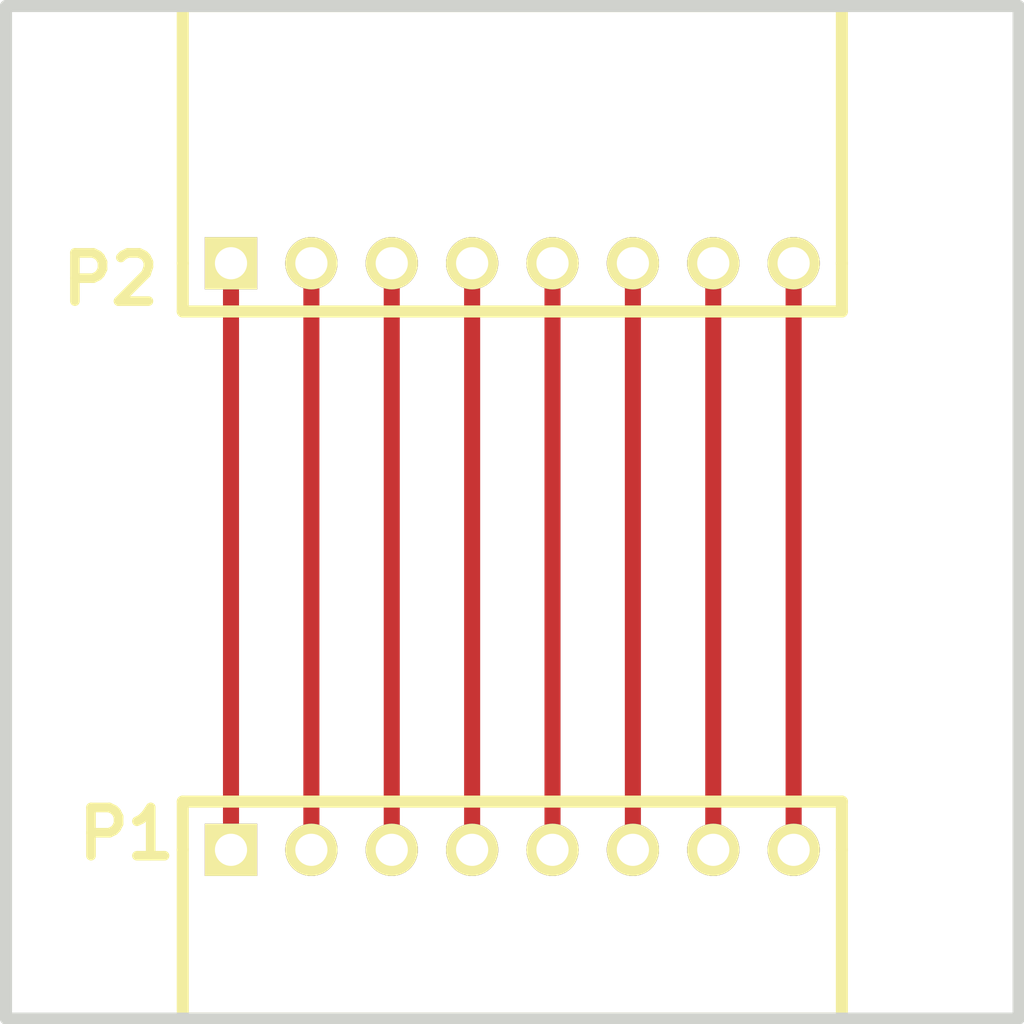
<source format=kicad_pcb>
(kicad_pcb (version 20171130) (host pcbnew 5.1.10)

  (general
    (thickness 1.6002)
    (drawings 4)
    (tracks 8)
    (zones 0)
    (modules 2)
    (nets 9)
  )

  (page A4)
  (title_block
    (date "27 feb 2013")
  )

  (layers
    (0 Front signal)
    (31 Back signal)
    (32 B.Adhes user)
    (33 F.Adhes user)
    (34 B.Paste user)
    (35 F.Paste user)
    (36 B.SilkS user)
    (37 F.SilkS user)
    (38 B.Mask user)
    (39 F.Mask user)
    (40 Dwgs.User user)
    (41 Cmts.User user)
    (42 Eco1.User user)
    (43 Eco2.User user)
    (44 Edge.Cuts user)
  )

  (setup
    (last_trace_width 0.508)
    (trace_clearance 0.254)
    (zone_clearance 0.508)
    (zone_45_only no)
    (trace_min 0.2032)
    (via_size 0.889)
    (via_drill 0.635)
    (via_min_size 0.889)
    (via_min_drill 0.508)
    (uvia_size 0.508)
    (uvia_drill 0.127)
    (uvias_allowed no)
    (uvia_min_size 0.508)
    (uvia_min_drill 0.127)
    (edge_width 0.381)
    (segment_width 0.381)
    (pcb_text_width 0.3048)
    (pcb_text_size 1.524 2.032)
    (mod_edge_width 0.381)
    (mod_text_size 1.524 1.524)
    (mod_text_width 0.3048)
    (pad_size 1.651 1.651)
    (pad_drill 1.016)
    (pad_to_mask_clearance 0.254)
    (aux_axis_origin 0 0)
    (visible_elements FFFFFF7F)
    (pcbplotparams
      (layerselection 0x00030_ffffffff)
      (usegerberextensions true)
      (usegerberattributes true)
      (usegerberadvancedattributes true)
      (creategerberjobfile true)
      (excludeedgelayer true)
      (linewidth 0.150000)
      (plotframeref false)
      (viasonmask false)
      (mode 1)
      (useauxorigin false)
      (hpglpennumber 1)
      (hpglpenspeed 20)
      (hpglpendiameter 15.000000)
      (psnegative false)
      (psa4output false)
      (plotreference true)
      (plotvalue true)
      (plotinvisibletext false)
      (padsonsilk false)
      (subtractmaskfromsilk false)
      (outputformat 1)
      (mirror false)
      (drillshape 1)
      (scaleselection 1)
      (outputdirectory ""))
  )

  (net 0 "")
  (net 1 N-000001)
  (net 2 N-000002)
  (net 3 N-000003)
  (net 4 N-000004)
  (net 5 N-000005)
  (net 6 N-000006)
  (net 7 N-000007)
  (net 8 N-000008)

  (net_class Default "This is the default net class."
    (clearance 0.254)
    (trace_width 0.508)
    (via_dia 0.889)
    (via_drill 0.635)
    (uvia_dia 0.508)
    (uvia_drill 0.127)
    (add_net N-000001)
    (add_net N-000002)
    (add_net N-000003)
    (add_net N-000004)
    (add_net N-000005)
    (add_net N-000006)
    (add_net N-000007)
    (add_net N-000008)
  )

  (module panel_header_m (layer Front) (tedit 512E827A) (tstamp 512E8004)
    (at 66.79946 77.46492)
    (path /512E7147)
    (fp_text reference P1 (at -12.18946 -0.50292) (layer F.SilkS)
      (effects (font (size 1.524 1.524) (thickness 0.3048)))
    )
    (fp_text value CONN_8 (at 5.33654 3.30708) (layer F.SilkS) hide
      (effects (font (size 1.524 1.524) (thickness 0.3048)))
    )
    (fp_line (start -10.414 0) (end -10.414 -1.524) (layer F.SilkS) (width 0.381))
    (fp_line (start -10.414 -1.524) (end 10.414 -1.524) (layer F.SilkS) (width 0.381))
    (fp_line (start 10.414 -1.524) (end 10.414 0) (layer F.SilkS) (width 0.381))
    (fp_line (start -10.414 0) (end -10.414 5.334) (layer F.SilkS) (width 0.381))
    (fp_line (start 10.414 0) (end 10.414 5.334) (layer F.SilkS) (width 0.381))
    (fp_line (start 10.414 5.334) (end -10.414 5.334) (layer F.SilkS) (width 0.381))
    (pad 4 thru_hole circle (at -1.27 0) (size 1.651 1.651) (drill 1.016) (layers *.Cu *.Mask F.SilkS)
      (net 5 N-000005))
    (pad 3 thru_hole circle (at -3.81 0) (size 1.651 1.651) (drill 1.016) (layers *.Cu *.Mask F.SilkS)
      (net 6 N-000006))
    (pad 2 thru_hole circle (at -6.35 0) (size 1.651 1.651) (drill 1.016) (layers *.Cu *.Mask F.SilkS)
      (net 7 N-000007))
    (pad 1 thru_hole rect (at -8.89 0) (size 1.651 1.651) (drill 1.016) (layers *.Cu *.Mask F.SilkS)
      (net 8 N-000008))
    (pad 5 thru_hole circle (at 1.27 0) (size 1.651 1.651) (drill 1.016) (layers *.Cu *.Mask F.SilkS)
      (net 4 N-000004))
    (pad 6 thru_hole circle (at 3.81 0) (size 1.651 1.651) (drill 1.016) (layers *.Cu *.Mask F.SilkS)
      (net 3 N-000003))
    (pad 7 thru_hole circle (at 6.35 0) (size 1.651 1.651) (drill 1.016) (layers *.Cu *.Mask F.SilkS)
      (net 2 N-000002))
    (pad 8 thru_hole circle (at 8.89 0) (size 1.651 1.651) (drill 1.016) (layers *.Cu *.Mask F.SilkS)
      (net 1 N-000001))
  )

  (module panel_header_f (layer Front) (tedit 512E8264) (tstamp 512E8005)
    (at 66.79946 58.928)
    (path /512E7142)
    (fp_text reference P2 (at -12.69746 0.508) (layer F.SilkS)
      (effects (font (size 1.524 1.524) (thickness 0.3048)))
    )
    (fp_text value CONN_8 (at 4.32054 -5.588) (layer F.SilkS) hide
      (effects (font (size 1.524 1.524) (thickness 0.3048)))
    )
    (fp_line (start -10.414 0) (end -10.414 1.524) (layer F.SilkS) (width 0.381))
    (fp_line (start -10.414 1.524) (end 10.414 1.524) (layer F.SilkS) (width 0.381))
    (fp_line (start 10.414 1.524) (end 10.414 0) (layer F.SilkS) (width 0.381))
    (fp_line (start -10.414 -8.128) (end 10.414 -8.128) (layer F.SilkS) (width 0.381))
    (fp_line (start 10.414 0) (end 10.414 -8.128) (layer F.SilkS) (width 0.381))
    (fp_line (start -10.414 0) (end -10.414 -8.128) (layer F.SilkS) (width 0.381))
    (pad 4 thru_hole circle (at -1.27 0) (size 1.651 1.651) (drill 1.016) (layers *.Cu *.Mask F.SilkS)
      (net 5 N-000005))
    (pad 3 thru_hole circle (at -3.81 0) (size 1.651 1.651) (drill 1.016) (layers *.Cu *.Mask F.SilkS)
      (net 6 N-000006))
    (pad 2 thru_hole circle (at -6.35 0) (size 1.651 1.651) (drill 1.016) (layers *.Cu *.Mask F.SilkS)
      (net 7 N-000007))
    (pad 1 thru_hole rect (at -8.89 0) (size 1.651 1.651) (drill 1.016) (layers *.Cu *.Mask F.SilkS)
      (net 8 N-000008))
    (pad 5 thru_hole circle (at 1.27 0) (size 1.651 1.651) (drill 1.016) (layers *.Cu *.Mask F.SilkS)
      (net 4 N-000004))
    (pad 6 thru_hole circle (at 3.81 0) (size 1.651 1.651) (drill 1.016) (layers *.Cu *.Mask F.SilkS)
      (net 3 N-000003))
    (pad 7 thru_hole circle (at 6.35 0) (size 1.651 1.651) (drill 1.016) (layers *.Cu *.Mask F.SilkS)
      (net 2 N-000002))
    (pad 8 thru_hole circle (at 8.89 0) (size 1.651 1.651) (drill 1.016) (layers *.Cu *.Mask F.SilkS)
      (net 1 N-000001))
  )

  (gr_line (start 82.79892 50.8) (end 50.8 50.8) (angle 90) (layer Edge.Cuts) (width 0.381))
  (gr_line (start 82.79892 82.79892) (end 82.79892 50.8) (angle 90) (layer Edge.Cuts) (width 0.381))
  (gr_line (start 50.8 82.79892) (end 82.79892 82.79892) (angle 90) (layer Edge.Cuts) (width 0.381))
  (gr_line (start 50.8 50.8) (end 50.8 82.79892) (angle 90) (layer Edge.Cuts) (width 0.381))

  (segment (start 75.68946 77.46492) (end 75.68946 58.928) (width 0.508) (layer Front) (net 1) (status C00000))
  (segment (start 73.14946 58.928) (end 73.14946 77.46492) (width 0.508) (layer Front) (net 2) (status C00000))
  (segment (start 70.60946 77.46492) (end 70.60946 58.928) (width 0.508) (layer Front) (net 3) (status C00000))
  (segment (start 68.06946 58.928) (end 68.06946 77.46492) (width 0.508) (layer Front) (net 4) (status C00000))
  (segment (start 65.52946 77.46492) (end 65.52946 58.928) (width 0.508) (layer Front) (net 5) (status C00000))
  (segment (start 62.98946 58.928) (end 62.98946 77.46492) (width 0.508) (layer Front) (net 6) (status C00000))
  (segment (start 60.44946 77.46492) (end 60.44946 58.928) (width 0.508) (layer Front) (net 7) (status C00000))
  (segment (start 57.90946 58.928) (end 57.90946 77.46492) (width 0.508) (layer Front) (net 8) (status C00000))

)

</source>
